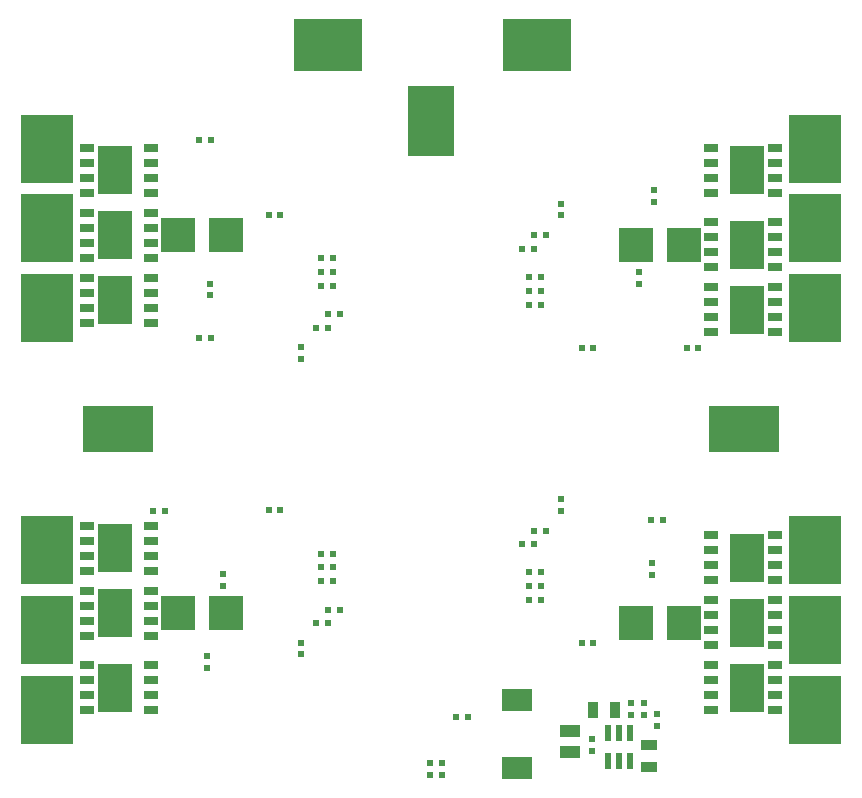
<source format=gbp>
G04*
G04 #@! TF.GenerationSoftware,Altium Limited,Altium Designer,19.1.7 (138)*
G04*
G04 Layer_Color=128*
%FSLAX44Y44*%
%MOMM*%
G71*
G01*
G75*
%ADD17R,2.8876X4.0894*%
%ADD18R,0.5000X0.6000*%
%ADD24R,0.6000X0.5000*%
%ADD29R,4.5000X5.7500*%
%ADD30R,5.7500X4.5000*%
%ADD33R,6.0000X4.0000*%
%ADD34R,4.0000X6.0000*%
%ADD36R,1.1500X0.6500*%
%ADD42R,1.4000X0.9500*%
%ADD43R,0.9500X1.4000*%
%ADD86R,2.5400X1.8796*%
%ADD87R,0.5588X1.4732*%
%ADD88R,1.7700X1.1000*%
%ADD90R,2.8900X2.9200*%
D17*
X-267261Y-156000D02*
D03*
X-267262Y-101000D02*
D03*
X-267262Y-219000D02*
D03*
X267262Y-164000D02*
D03*
X267263Y155999D02*
D03*
X-267264Y164000D02*
D03*
X267262Y-219001D02*
D03*
X267262Y100998D02*
D03*
X-267262Y219002D02*
D03*
X267262Y-109001D02*
D03*
X267263Y219000D02*
D03*
X-267262Y108999D02*
D03*
D18*
X9250Y-293250D02*
D03*
X-750D02*
D03*
X31000Y-244000D02*
D03*
X21000D02*
D03*
X-750Y-282500D02*
D03*
X9250D02*
D03*
X127500Y68749D02*
D03*
X137500D02*
D03*
X-127500Y-68750D02*
D03*
X-137500D02*
D03*
X-186250Y77250D02*
D03*
X-196250D02*
D03*
X-225000Y-68984D02*
D03*
X-235000D02*
D03*
X83002Y105345D02*
D03*
X93002D02*
D03*
X83002Y117023D02*
D03*
X93002D02*
D03*
X83002Y-144654D02*
D03*
X93002D02*
D03*
X83002Y-132976D02*
D03*
X93002D02*
D03*
X-83002Y-105346D02*
D03*
X-93002D02*
D03*
X-83002Y-117024D02*
D03*
X-93002D02*
D03*
X-83002Y132976D02*
D03*
X-93002D02*
D03*
X-83002Y144654D02*
D03*
X-93002D02*
D03*
X127500Y-181250D02*
D03*
X137500D02*
D03*
X-127500Y181250D02*
D03*
X-137500D02*
D03*
X-77252Y-152846D02*
D03*
X-87252D02*
D03*
X77252Y-97154D02*
D03*
X87252D02*
D03*
X77252Y152845D02*
D03*
X87252D02*
D03*
X-77252Y97154D02*
D03*
X-87252D02*
D03*
X-87502Y-164096D02*
D03*
X-97502D02*
D03*
X87502Y-85904D02*
D03*
X97502D02*
D03*
X87502Y164095D02*
D03*
X97502D02*
D03*
X-87502Y85904D02*
D03*
X-97502D02*
D03*
X226500Y68750D02*
D03*
X216500D02*
D03*
X-196250Y244500D02*
D03*
X-186250D02*
D03*
X196250Y-77250D02*
D03*
X186250D02*
D03*
X-92998Y-128702D02*
D03*
X-82998D02*
D03*
X92998Y-121298D02*
D03*
X82998D02*
D03*
X92998Y128701D02*
D03*
X82998D02*
D03*
X-92998Y121298D02*
D03*
X-82998D02*
D03*
D24*
X169165Y-231843D02*
D03*
Y-241843D02*
D03*
X180587Y-241843D02*
D03*
Y-231843D02*
D03*
X136399Y-262715D02*
D03*
Y-272715D02*
D03*
X-186750Y113250D02*
D03*
Y123250D02*
D03*
X-176276Y-122682D02*
D03*
Y-132682D02*
D03*
X-189230Y-202358D02*
D03*
Y-192358D02*
D03*
X-110252Y-180846D02*
D03*
Y-190846D02*
D03*
X110252Y-69154D02*
D03*
Y-59154D02*
D03*
X110252Y180846D02*
D03*
Y190846D02*
D03*
X-110252Y69154D02*
D03*
Y59154D02*
D03*
X191750Y-251500D02*
D03*
Y-241500D02*
D03*
X186750Y-123250D02*
D03*
Y-113250D02*
D03*
X176276Y132681D02*
D03*
Y122681D02*
D03*
X189230Y192357D02*
D03*
Y202357D02*
D03*
D29*
X325000Y237499D02*
D03*
Y169999D02*
D03*
Y102499D02*
D03*
X-325000Y-237500D02*
D03*
Y-170000D02*
D03*
Y-102500D02*
D03*
X325000D02*
D03*
Y-170000D02*
D03*
Y-237500D02*
D03*
X-325000Y237500D02*
D03*
Y170000D02*
D03*
Y102500D02*
D03*
D30*
X90000Y325000D02*
D03*
X-87500D02*
D03*
D33*
X265000Y0D02*
D03*
X-265000D02*
D03*
D34*
X0Y260604D02*
D03*
D36*
X-237000Y-175050D02*
D03*
Y-162350D02*
D03*
Y-149650D02*
D03*
Y-136950D02*
D03*
X-291000Y-175050D02*
D03*
Y-162350D02*
D03*
Y-149650D02*
D03*
Y-136950D02*
D03*
X-237000Y-120050D02*
D03*
Y-107350D02*
D03*
Y-94650D02*
D03*
Y-81950D02*
D03*
X-291000Y-120050D02*
D03*
Y-107350D02*
D03*
Y-94650D02*
D03*
Y-81950D02*
D03*
X-237000Y-238050D02*
D03*
Y-225350D02*
D03*
Y-212650D02*
D03*
Y-199950D02*
D03*
X-291000Y-238050D02*
D03*
Y-225350D02*
D03*
Y-212650D02*
D03*
Y-199950D02*
D03*
X291000Y-183050D02*
D03*
Y-170350D02*
D03*
Y-157650D02*
D03*
Y-144950D02*
D03*
X237000Y-183050D02*
D03*
Y-170350D02*
D03*
Y-157650D02*
D03*
Y-144950D02*
D03*
X291000Y136949D02*
D03*
Y149649D02*
D03*
Y162349D02*
D03*
Y175049D02*
D03*
X237000Y136949D02*
D03*
Y149649D02*
D03*
Y162349D02*
D03*
Y175049D02*
D03*
X-291000Y183050D02*
D03*
Y170350D02*
D03*
Y157650D02*
D03*
Y144950D02*
D03*
X-237000Y183050D02*
D03*
Y170350D02*
D03*
Y157650D02*
D03*
Y144950D02*
D03*
X291000Y-238050D02*
D03*
Y-225350D02*
D03*
Y-212650D02*
D03*
Y-199950D02*
D03*
X237000Y-238050D02*
D03*
Y-225350D02*
D03*
Y-212650D02*
D03*
Y-199950D02*
D03*
X291000Y81949D02*
D03*
Y94649D02*
D03*
Y107349D02*
D03*
Y120049D02*
D03*
X237000Y81949D02*
D03*
Y94649D02*
D03*
Y107349D02*
D03*
Y120049D02*
D03*
X-291000Y238050D02*
D03*
Y225350D02*
D03*
Y212650D02*
D03*
Y199950D02*
D03*
X-237000Y238050D02*
D03*
Y225350D02*
D03*
Y212650D02*
D03*
Y199950D02*
D03*
X291000Y-128050D02*
D03*
Y-115350D02*
D03*
Y-102650D02*
D03*
Y-89950D02*
D03*
X237000Y-128050D02*
D03*
Y-115350D02*
D03*
Y-102650D02*
D03*
Y-89950D02*
D03*
X291000Y199949D02*
D03*
Y212649D02*
D03*
Y225349D02*
D03*
Y238049D02*
D03*
X237000Y199949D02*
D03*
Y212649D02*
D03*
Y225349D02*
D03*
Y238049D02*
D03*
X-291000Y128050D02*
D03*
Y115350D02*
D03*
Y102650D02*
D03*
Y89950D02*
D03*
X-237000Y128050D02*
D03*
Y115350D02*
D03*
Y102650D02*
D03*
Y89950D02*
D03*
D42*
X184659Y-286109D02*
D03*
Y-267609D02*
D03*
D43*
X137055Y-237489D02*
D03*
X155555D02*
D03*
D86*
X72898Y-229108D02*
D03*
Y-286766D02*
D03*
D87*
X149506Y-281178D02*
D03*
X159005D02*
D03*
X168504D02*
D03*
Y-257302D02*
D03*
X159004D02*
D03*
X149504D02*
D03*
D88*
X117857Y-273009D02*
D03*
Y-255309D02*
D03*
D90*
X-214450Y-156000D02*
D03*
X-173550D02*
D03*
X173550Y-164000D02*
D03*
X214450D02*
D03*
X173550Y155999D02*
D03*
X214450D02*
D03*
X-173550Y164000D02*
D03*
X-214450D02*
D03*
M02*

</source>
